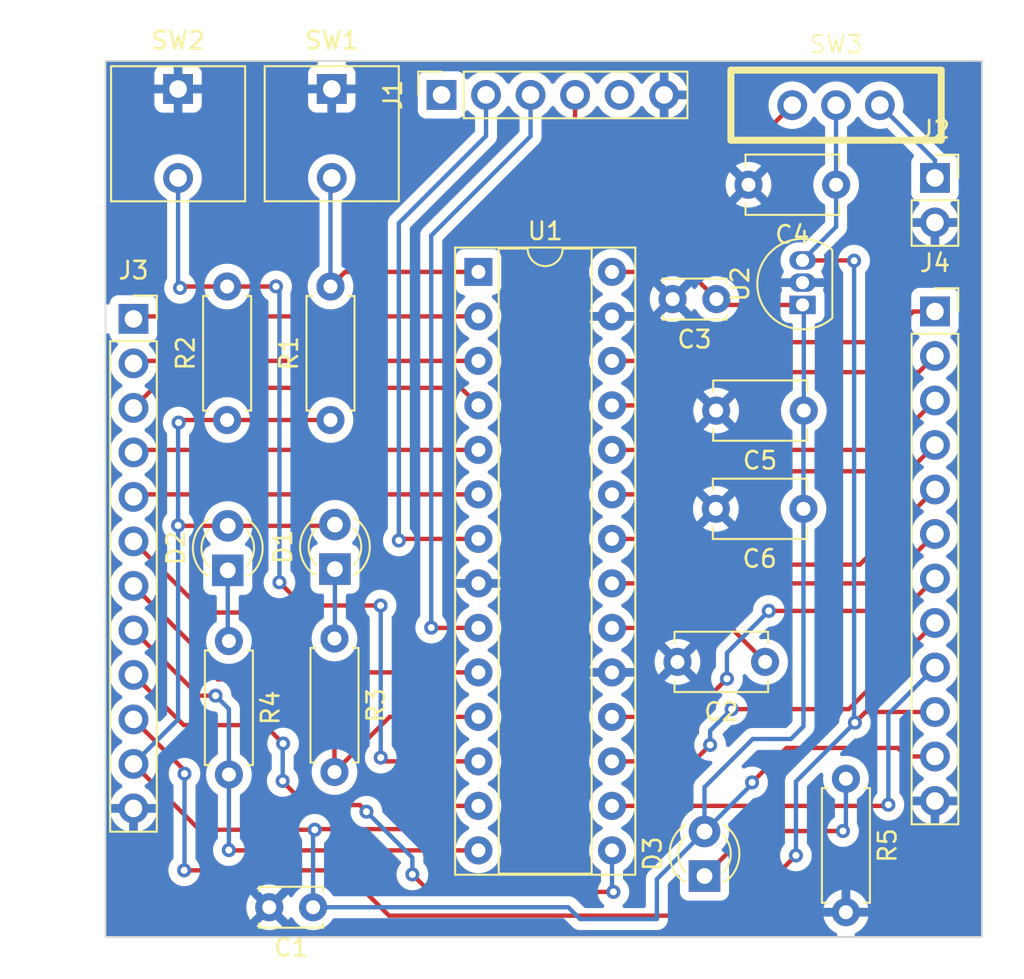
<source format=kicad_pcb>
(kicad_pcb (version 20221018) (generator pcbnew)
  (layers (0 "F.Cu" signal) (31 "B.Cu" signal) (34 "B.Paste" user) (35 "F.Paste" user) (36 "B.SilkS" user "B.Silkscreen") (37 "F.SilkS" user "F.Silkscreen") (38 "B.Mask" user) (39 "F.Mask" user) (44 "Edge.Cuts" user))
  (net 0 "")
  (net 1 "+3.3V")
  (net 2 "GND")
  (net 3 "Net-(U1-Vcap)")
  (net 4 "/Vin")
  (net 5 "Net-(D1-K)")
  (net 6 "Net-(D2-K)")
  (net 7 "Net-(D3-K)")
  (net 9 "/U1RX")
  (net 10 "/U1TX")
  (net 11 "+5V")
  (net 13 "Net-(J2-Pin_1)")
  (net 14 "/A0")
  (net 15 "/A1")
  (net 16 "/B0")
  (net 17 "/B1")
  (net 18 "/B2")
  (net 19 "/A3")
  (net 20 "/GREEN")
  (net 21 "/YELLOW")
  (net 22 "/B6")
  (net 23 "/B15")
  (net 24 "/B14")
  (net 25 "/B13")
  (net 26 "/B12")
  (net 27 "/B11")
  (net 28 "/B10")
  (net 29 "/B9")
  (net 30 "/B8")
  (net 31 "/B7")
  (net 32 "/MCLR")
  (net 33 "/USER")
  (footprint "Capacitor_THT:C_Disc_D5.1mm_W3.2mm_P5.00mm" (layer "F.Cu") (at 139.81908 125.563427 180)
    (fp_text reference "C6" (at 2.5 -2.85) (layer "F.SilkS"))
    (fp_text value "1uF")
    (fp_line (start -0.17 -1.721) (end -0.17 -1.055) (stroke (width 0.12)) (layer "F.SilkS"))
    (fp_line (start -0.17 -1.721) (end 5.17 -1.721) (stroke (width 0.12)) (layer "F.SilkS"))
    (fp_line (start -0.17 1.055) (end -0.17 1.721) (stroke (width 0.12)) (layer "F.SilkS"))
    (fp_line (start -0.17 1.721) (end 5.17 1.721) (stroke (width 0.12)) (layer "F.SilkS"))
    (fp_line (start 5.17 -1.721) (end 5.17 -1.055) (stroke (width 0.12)) (layer "F.SilkS"))
    (fp_line (start 5.17 1.055) (end 5.17 1.721) (stroke (width 0.12)) (layer "F.SilkS"))
    (pad "1" thru_hole circle (at 0 0 180) (size 1.6 1.6) (drill 0.8) (layers "*.Cu" "*.Mask") (net 1 "+3.3V"))
    (pad "2" thru_hole circle (at 5 0 180) (size 1.6 1.6) (drill 0.8) (layers "*.Cu" "*.Mask") (net 2 "GND"))
  )
  (footprint "Package_TO_SOT_THT:TO-92L_Inline" (layer "F.Cu") (at 139.764813 113.923902 90)
    (fp_text reference "U2" (at 1.19 -3.56 90) (layer "F.SilkS"))
    (fp_text value "AP7384-33V")
    (fp_line (start -0.75 1.7) (end 3.1 1.7) (stroke (width 0.12)) (layer "F.SilkS"))
    (fp_arc (start -0.75 1.7) (mid 1.183448 -2.579449) (end 3.138611 1.690122) (stroke (width 0.12)) (layer "F.SilkS"))
    (pad "1" thru_hole rect (at 0 0 90) (size 1.05 1.5) (drill 0.75) (layers "*.Cu" "*.Mask") (net 1 "+3.3V"))
    (pad "2" thru_hole oval (at 1.27 0 90) (size 1.05 1.5) (drill 0.75) (layers "*.Cu" "*.Mask") (net 2 "GND"))
    (pad "3" thru_hole oval (at 2.54 0 90) (size 1.05 1.5) (drill 0.75) (layers "*.Cu" "*.Mask") (net 4 "/Vin"))
  )
  (footprint "Connector_PinSocket_2.54mm:PinSocket_1x12_P2.54mm_Vertical" (layer "F.Cu") (at 147.32 114.3)
    (fp_text reference "J4" (at 0 -2.77) (layer "F.SilkS"))
    (fp_text value "RIGHT")
    (fp_line (start -1.33 1.27) (end -1.33 29.27) (stroke (width 0.12)) (layer "F.SilkS"))
    (fp_line (start -1.33 1.27) (end 1.33 1.27) (stroke (width 0.12)) (layer "F.SilkS"))
    (fp_line (start -1.33 29.27) (end 1.33 29.27) (stroke (width 0.12)) (layer "F.SilkS"))
    (fp_line (start 0 -1.33) (end 1.33 -1.33) (stroke (width 0.12)) (layer "F.SilkS"))
    (fp_line (start 1.33 -1.33) (end 1.33 0) (stroke (width 0.12)) (layer "F.SilkS"))
    (fp_line (start 1.33 1.27) (end 1.33 29.27) (stroke (width 0.12)) (layer "F.SilkS"))
    (pad "1" thru_hole rect (at 0 0) (size 1.7 1.7) (drill 1) (layers "*.Cu" "*.Mask") (net 23 "/B15"))
    (pad "2" thru_hole oval (at 0 2.54) (size 1.7 1.7) (drill 1) (layers "*.Cu" "*.Mask") (net 24 "/B14"))
    (pad "3" thru_hole oval (at 0 5.08) (size 1.7 1.7) (drill 1) (layers "*.Cu" "*.Mask") (net 25 "/B13"))
    (pad "4" thru_hole oval (at 0 7.62) (size 1.7 1.7) (drill 1) (layers "*.Cu" "*.Mask") (net 26 "/B12"))
    (pad "5" thru_hole oval (at 0 10.16) (size 1.7 1.7) (drill 1) (layers "*.Cu" "*.Mask") (net 27 "/B11"))
    (pad "6" thru_hole oval (at 0 12.7) (size 1.7 1.7) (drill 1) (layers "*.Cu" "*.Mask") (net 28 "/B10"))
    (pad "7" thru_hole oval (at 0 15.24) (size 1.7 1.7) (drill 1) (layers "*.Cu" "*.Mask") (net 29 "/B9"))
    (pad "8" thru_hole oval (at 0 17.78) (size 1.7 1.7) (drill 1) (layers "*.Cu" "*.Mask") (net 30 "/B8"))
    (pad "9" thru_hole oval (at 0 20.32) (size 1.7 1.7) (drill 1) (layers "*.Cu" "*.Mask") (net 31 "/B7"))
    (pad "10" thru_hole oval (at 0 22.86) (size 1.7 1.7) (drill 1) (layers "*.Cu" "*.Mask") (net 4 "/Vin"))
    (pad "11" thru_hole oval (at 0 25.4) (size 1.7 1.7) (drill 1) (layers "*.Cu" "*.Mask") (net 1 "+3.3V"))
    (pad "12" thru_hole oval (at 0 27.94) (size 1.7 1.7) (drill 1) (layers "*.Cu" "*.Mask") (net 2 "GND"))
  )
  (footprint "HW4:Push_Button" (layer "F.Cu") (at 112.907148 101.596996)
    (fp_text reference "SW1" (at 0 -2.77) (layer "F.SilkS"))
    (fp_text value "MLCR")
    (fp_line (start -3.825 -1.3) (end -3.825 6.41) (stroke (width 0.12)) (layer "F.SilkS"))
    (fp_line (start -3.825 -1.3) (end 3.825 -1.3) (stroke (width 0.12)) (layer "F.SilkS"))
    (fp_line (start -3.825 6.41) (end 3.825 6.41) (stroke (width 0.12)) (layer "F.SilkS"))
    (fp_line (start 3.825 -1.3) (end 3.825 6.41) (stroke (width 0.12)) (layer "F.SilkS"))
    (pad "1" thru_hole rect (at 0 0) (size 1.7 1.7) (drill 1) (layers "*.Cu" "*.Mask") (net 2 "GND"))
    (pad "2" thru_hole oval (at 0 5.08) (size 1.7 1.7) (drill 1) (layers "*.Cu" "*.Mask") (net 32 "/MCLR"))
  )
  (footprint "Connector_PinSocket_2.54mm:PinSocket_1x02_P2.54mm_Vertical" (layer "F.Cu") (at 147.32 106.68)
    (fp_text reference "J2" (at 0 -2.77) (layer "F.SilkS"))
    (fp_text value "Battery")
    (fp_line (start -1.33 1.27) (end -1.33 3.87) (stroke (width 0.12)) (layer "F.SilkS"))
    (fp_line (start -1.33 1.27) (end 1.33 1.27) (stroke (width 0.12)) (layer "F.SilkS"))
    (fp_line (start -1.33 3.87) (end 1.33 3.87) (stroke (width 0.12)) (layer "F.SilkS"))
    (fp_line (start 0 -1.33) (end 1.33 -1.33) (stroke (width 0.12)) (layer "F.SilkS"))
    (fp_line (start 1.33 -1.33) (end 1.33 0) (stroke (width 0.12)) (layer "F.SilkS"))
    (fp_line (start 1.33 1.27) (end 1.33 3.87) (stroke (width 0.12)) (layer "F.SilkS"))
    (pad "1" thru_hole rect (at 0 0) (size 1.7 1.7) (drill 1) (layers "*.Cu" "*.Mask") (net 13 "Net-(J2-Pin_1)"))
    (pad "2" thru_hole oval (at 0 2.54) (size 1.7 1.7) (drill 1) (layers "*.Cu" "*.Mask") (net 2 "GND"))
  )
  (footprint "Capacitor_THT:C_Disc_D3.4mm_W2.1mm_P2.50mm" (layer "F.Cu") (at 134.852153 113.591526 180)
    (fp_text reference "C3" (at 1.25 -2.3) (layer "F.SilkS"))
    (fp_text value "0.1uF")
    (fp_line (start -0.57 -1.17) (end -0.57 -0.925) (stroke (width 0.12)) (layer "F.SilkS"))
    (fp_line (start -0.57 -1.17) (end 3.07 -1.17) (stroke (width 0.12)) (layer "F.SilkS"))
    (fp_line (start -0.57 0.925) (end -0.57 1.17) (stroke (width 0.12)) (layer "F.SilkS"))
    (fp_line (start -0.57 1.17) (end 3.07 1.17) (stroke (width 0.12)) (layer "F.SilkS"))
    (fp_line (start 3.07 -1.17) (end 3.07 -0.925) (stroke (width 0.12)) (layer "F.SilkS"))
    (fp_line (start 3.07 0.925) (end 3.07 1.17) (stroke (width 0.12)) (layer "F.SilkS"))
    (pad "1" thru_hole circle (at 0 0 180) (size 1.6 1.6) (drill 0.8) (layers "*.Cu" "*.Mask") (net 1 "+3.3V"))
    (pad "2" thru_hole circle (at 2.5 0 180) (size 1.6 1.6) (drill 0.8) (layers "*.Cu" "*.Mask") (net 2 "GND"))
  )
  (footprint "HW4:Push_Button" (layer "F.Cu") (at 104.14 101.6)
    (fp_text reference "SW2" (at 0 -2.77) (layer "F.SilkS"))
    (fp_text value "USER")
    (fp_line (start -3.825 -1.3) (end -3.825 6.41) (stroke (width 0.12)) (layer "F.SilkS"))
    (fp_line (start -3.825 -1.3) (end 3.825 -1.3) (stroke (width 0.12)) (layer "F.SilkS"))
    (fp_line (start -3.825 6.41) (end 3.825 6.41) (stroke (width 0.12)) (layer "F.SilkS"))
    (fp_line (start 3.825 -1.3) (end 3.825 6.41) (stroke (width 0.12)) (layer "F.SilkS"))
    (pad "1" thru_hole rect (at 0 0) (size 1.7 1.7) (drill 1) (layers "*.Cu" "*.Mask") (net 2 "GND"))
    (pad "2" thru_hole oval (at 0 5.08) (size 1.7 1.7) (drill 1) (layers "*.Cu" "*.Mask") (net 33 "/USER"))
  )
  (footprint "LED_THT:LED_D3.0mm" (layer "F.Cu") (at 134.172314 146.524084 90)
    (fp_text reference "D3" (at 1.27 -2.96 90) (layer "F.SilkS"))
    (fp_text value "RED")
    (fp_line (start -0.29 -1.236) (end -0.29 -1.08) (stroke (width 0.12)) (layer "F.SilkS"))
    (fp_line (start -0.29 1.08) (end -0.29 1.236) (stroke (width 0.12)) (layer "F.SilkS"))
    (fp_arc (start -0.29 -1.235516) (mid 1.366487 -1.987659) (end 2.942335 -1.078608) (stroke (width 0.12)) (layer "F.SilkS"))
    (fp_arc (start 0.229039 -1.08) (mid 1.270117 -1.5) (end 2.31113 -1.079837) (stroke (width 0.12)) (layer "F.SilkS"))
    (fp_arc (start 2.31113 1.079837) (mid 1.270117 1.5) (end 0.229039 1.08) (stroke (width 0.12)) (layer "F.SilkS"))
    (fp_arc (start 2.942335 1.078608) (mid 1.366487 1.987659) (end -0.29 1.235516) (stroke (width 0.12)) (layer "F.SilkS"))
    (pad "1" thru_hole rect (at 0 0 90) (size 1.8 1.8) (drill 0.9) (layers "*.Cu" "*.Mask") (net 7 "Net-(D3-K)"))
    (pad "2" thru_hole circle (at 2.54 0 90) (size 1.8 1.8) (drill 0.9) (layers "*.Cu" "*.Mask") (net 1 "+3.3V"))
  )
  (footprint "Resistor_THT:R_Axial_DIN0207_L6.3mm_D2.5mm_P7.62mm_Horizontal" (layer "F.Cu") (at 107.038775 133.110304 -90)
    (fp_text reference "R4" (at 3.81 -2.37 90) (layer "F.SilkS"))
    (fp_text value "330")
    (fp_line (start 0.54 -1.37) (end 7.08 -1.37) (stroke (width 0.12)) (layer "F.SilkS"))
    (fp_line (start 0.54 -1.04) (end 0.54 -1.37) (stroke (width 0.12)) (layer "F.SilkS"))
    (fp_line (start 0.54 1.04) (end 0.54 1.37) (stroke (width 0.12)) (layer "F.SilkS"))
    (fp_line (start 0.54 1.37) (end 7.08 1.37) (stroke (width 0.12)) (layer "F.SilkS"))
    (fp_line (start 7.08 -1.37) (end 7.08 -1.04) (stroke (width 0.12)) (layer "F.SilkS"))
    (fp_line (start 7.08 1.37) (end 7.08 1.04) (stroke (width 0.12)) (layer "F.SilkS"))
    (pad "1" thru_hole circle (at 0 0 270) (size 1.6 1.6) (drill 0.8) (layers "*.Cu" "*.Mask") (net 6 "Net-(D2-K)"))
    (pad "2" thru_hole oval (at 7.62 0 270) (size 1.6 1.6) (drill 0.8) (layers "*.Cu" "*.Mask") (net 21 "/YELLOW"))
  )
  (footprint "Connector_PinSocket_2.54mm:PinSocket_1x06_P2.54mm_Vertical" (layer "F.Cu") (at 119.168939 101.937683 90)
    (fp_text reference "J1" (at 0 -2.77 90) (layer "F.SilkS"))
    (fp_text value "CP2102")
    (fp_line (start -1.33 1.27) (end -1.33 14.03) (stroke (width 0.12)) (layer "F.SilkS"))
    (fp_line (start -1.33 1.27) (end 1.33 1.27) (stroke (width 0.12)) (layer "F.SilkS"))
    (fp_line (start -1.33 14.03) (end 1.33 14.03) (stroke (width 0.12)) (layer "F.SilkS"))
    (fp_line (start 0 -1.33) (end 1.33 -1.33) (stroke (width 0.12)) (layer "F.SilkS"))
    (fp_line (start 1.33 -1.33) (end 1.33 0) (stroke (width 0.12)) (layer "F.SilkS"))
    (fp_line (start 1.33 1.27) (end 1.33 14.03) (stroke (width 0.12)) (layer "F.SilkS"))
    (pad "1" thru_hole rect (at 0 0 90) (size 1.7 1.7) (drill 1) (layers "*.Cu" "*.Mask"))
    (pad "2" thru_hole oval (at 0 2.54 90) (size 1.7 1.7) (drill 1) (layers "*.Cu" "*.Mask") (net 9 "/U1RX"))
    (pad "3" thru_hole oval (at 0 5.08 90) (size 1.7 1.7) (drill 1) (layers "*.Cu" "*.Mask") (net 10 "/U1TX"))
    (pad "4" thru_hole oval (at 0 7.62 90) (size 1.7 1.7) (drill 1) (layers "*.Cu" "*.Mask") (net 11 "+5V"))
    (pad "5" thru_hole oval (at 0 10.16 90) (size 1.7 1.7) (drill 1) (layers "*.Cu" "*.Mask"))
    (pad "6" thru_hole oval (at 0 12.7 90) (size 1.7 1.7) (drill 1) (layers "*.Cu" "*.Mask") (net 2 "GND"))
  )
  (footprint "Package_DIP:DIP-28_W7.62mm_Socket" (layer "F.Cu") (at 121.274094 112.039603)
    (fp_text reference "U1" (at 3.81 -2.33) (layer "F.SilkS"))
    (fp_text value "PIC32MX170F256B")
    (fp_line (start -1.33 -1.39) (end -1.33 34.41) (stroke (width 0.12)) (layer "F.SilkS"))
    (fp_line (start -1.33 34.41) (end 8.95 34.41) (stroke (width 0.12)) (layer "F.SilkS"))
    (fp_line (start 1.16 -1.33) (end 1.16 34.35) (stroke (width 0.12)) (layer "F.SilkS"))
    (fp_line (start 1.16 34.35) (end 6.46 34.35) (stroke (width 0.12)) (layer "F.SilkS"))
    (fp_line (start 2.81 -1.33) (end 1.16 -1.33) (stroke (width 0.12)) (layer "F.SilkS"))
    (fp_line (start 6.46 -1.33) (end 4.81 -1.33) (stroke (width 0.12)) (layer "F.SilkS"))
    (fp_line (start 6.46 34.35) (end 6.46 -1.33) (stroke (width 0.12)) (layer "F.SilkS"))
    (fp_line (start 8.95 -1.39) (end -1.33 -1.39) (stroke (width 0.12)) (layer "F.SilkS"))
    (fp_line (start 8.95 34.41) (end 8.95 -1.39) (stroke (width 0.12)) (layer "F.SilkS"))
    (fp_arc (start 4.81 -1.33) (mid 3.81 -0.33) (end 2.81 -1.33) (stroke (width 0.12)) (layer "F.SilkS"))
    (pad "1" thru_hole rect (at 0 0) (size 1.6 1.6) (drill 0.8) (layers "*.Cu" "*.Mask") (net 32 "/MCLR"))
    (pad "2" thru_hole oval (at 0 2.54) (size 1.6 1.6) (drill 0.8) (layers "*.Cu" "*.Mask") (net 14 "/A0"))
    (pad "3" thru_hole oval (at 0 5.08) (size 1.6 1.6) (drill 0.8) (layers "*.Cu" "*.Mask") (net 15 "/A1"))
    (pad "4" thru_hole oval (at 0 7.62) (size 1.6 1.6) (drill 0.8) (layers "*.Cu" "*.Mask") (net 16 "/B0"))
    (pad "5" thru_hole oval (at 0 10.16) (size 1.6 1.6) (drill 0.8) (layers "*.Cu" "*.Mask") (net 17 "/B1"))
    (pad "6" thru_hole oval (at 0 12.7) (size 1.6 1.6) (drill 0.8) (layers "*.Cu" "*.Mask") (net 18 "/B2"))
    (pad "7" thru_hole oval (at 0 15.24) (size 1.6 1.6) (drill 0.8) (layers "*.Cu" "*.Mask") (net 9 "/U1RX"))
    (pad "8" thru_hole oval (at 0 17.78) (size 1.6 1.6) (drill 0.8) (layers "*.Cu" "*.Mask") (net 2 "GND"))
    (pad "9" thru_hole oval (at 0 20.32) (size 1.6 1.6) (drill 0.8) (layers "*.Cu" "*.Mask") (net 10 "/U1TX"))
    (pad "10" thru_hole oval (at 0 22.86) (size 1.6 1.6) (drill 0.8) (layers "*.Cu" "*.Mask") (net 19 "/A3"))
    (pad "11" thru_hole oval (at 0 25.4) (size 1.6 1.6) (drill 0.8) (layers "*.Cu" "*.Mask") (net 20 "/GREEN"))
    (pad "12" thru_hole oval (at 0 27.94) (size 1.6 1.6) (drill 0.8) (layers "*.Cu" "*.Mask") (net 33 "/USER"))
    (pad "13" thru_hole oval (at 0 30.48) (size 1.6 1.6) (drill 0.8) (layers "*.Cu" "*.Mask") (net 1 "+3.3V"))
    (pad "14" thru_hole oval (at 0 33.02) (size 1.6 1.6) (drill 0.8) (layers "*.Cu" "*.Mask") (net 21 "/YELLOW"))
    (pad "15" thru_hole oval (at 7.62 33.02) (size 1.6 1.6) (drill 0.8) (layers "*.Cu" "*.Mask") (net 22 "/B6"))
    (pad "16" thru_hole oval (at 7.62 30.48) (size 1.6 1.6) (drill 0.8) (layers "*.Cu" "*.Mask") (net 31 "/B7"))
    (pad "17" thru_hole oval (at 7.62 27.94) (size 1.6 1.6) (drill 0.8) (layers "*.Cu" "*.Mask") (net 30 "/B8"))
    (pad "18" thru_hole oval (at 7.62 25.4) (size 1.6 1.6) (drill 0.8) (layers "*.Cu" "*.Mask") (net 29 "/B9"))
    (pad "19" thru_hole oval (at 7.62 22.86) (size 1.6 1.6) (drill 0.8) (layers "*.Cu" "*.Mask") (net 2 "GND"))
    (pad "20" thru_hole oval (at 7.62 20.32) (size 1.6 1.6) (drill 0.8) (layers "*.Cu" "*.Mask") (net 3 "Net-(U1-Vcap)"))
    (pad "21" thru_hole oval (at 7.62 17.78) (size 1.6 1.6) (drill 0.8) (layers "*.Cu" "*.Mask") (net 28 "/B10"))
    (pad "22" thru_hole oval (at 7.62 15.24) (size 1.6 1.6) (drill 0.8) (layers "*.Cu" "*.Mask") (net 27 "/B11"))
    (pad "23" thru_hole oval (at 7.62 12.7) (size 1.6 1.6) (drill 0.8) (layers "*.Cu" "*.Mask") (net 26 "/B12"))
    (pad "24" thru_hole oval (at 7.62 10.16) (size 1.6 1.6) (drill 0.8) (layers "*.Cu" "*.Mask") (net 25 "/B13"))
    (pad "25" thru_hole oval (at 7.62 7.62) (size 1.6 1.6) (drill 0.8) (layers "*.Cu" "*.Mask") (net 24 "/B14"))
    (pad "26" thru_hole oval (at 7.62 5.08) (size 1.6 1.6) (drill 0.8) (layers "*.Cu" "*.Mask") (net 23 "/B15"))
    (pad "27" thru_hole oval (at 7.62 2.54) (size 1.6 1.6) (drill 0.8) (layers "*.Cu" "*.Mask") (net 2 "GND"))
    (pad "28" thru_hole oval (at 7.62 0) (size 1.6 1.6) (drill 0.8) (layers "*.Cu" "*.Mask") (net 1 "+3.3V"))
  )
  (footprint "Capacitor_THT:C_Disc_D5.1mm_W3.2mm_P5.00mm" (layer "F.Cu") (at 139.837169 119.955843 180)
    (fp_text reference "C5" (at 2.5 -2.85) (layer "F.SilkS"))
    (fp_text value "1uF")
    (fp_line (start -0.17 -1.721) (end -0.17 -1.055) (stroke (width 0.12)) (layer "F.SilkS"))
    (fp_line (start -0.17 -1.721) (end 5.17 -1.721) (stroke (width 0.12)) (layer "F.SilkS"))
    (fp_line (start -0.17 1.055) (end -0.17 1.721) (stroke (width 0.12)) (layer "F.SilkS"))
    (fp_line (start -0.17 1.721) (end 5.17 1.721) (stroke (width 0.12)) (layer "F.SilkS"))
    (fp_line (start 5.17 -1.721) (end 5.17 -1.055) (stroke (width 0.12)) (layer "F.SilkS"))
    (fp_line (start 5.17 1.055) (end 5.17 1.721) (stroke (width 0.12)) (layer "F.SilkS"))
    (pad "1" thru_hole circle (at 0 0 180) (size 1.6 1.6) (drill 0.8) (layers "*.Cu" "*.Mask") (net 1 "+3.3V"))
    (pad "2" thru_hole circle (at 5 0 180) (size 1.6 1.6) (drill 0.8) (layers "*.Cu" "*.Mask") (net 2 "GND"))
  )
  (footprint "LED_THT:LED_D3.0mm" (layer "F.Cu") (at 113.088038 129.003337 90)
    (fp_text reference "D1" (at 1.27 -2.96 90) (layer "F.SilkS"))
    (fp_text value "GREEN")
    (fp_line (start -0.29 -1.236) (end -0.29 -1.08) (stroke (width 0.12)) (layer "F.SilkS"))
    (fp_line (start -0.29 1.08) (end -0.29 1.236) (stroke (width 0.12)) (layer "F.SilkS"))
    (fp_arc (start -0.29 -1.235516) (mid 1.366487 -1.987659) (end 2.942335 -1.078608) (stroke (width 0.12)) (layer "F.SilkS"))
    (fp_arc (start 0.229039 -1.08) (mid 1.270117 -1.5) (end 2.31113 -1.079837) (stroke (width 0.12)) (layer "F.SilkS"))
    (fp_arc (start 2.31113 1.079837) (mid 1.270117 1.5) (end 0.229039 1.08) (stroke (width 0.12)) (layer "F.SilkS"))
    (fp_arc (start 2.942335 1.078608) (mid 1.366487 1.987659) (end -0.29 1.235516) (stroke (width 0.12)) (layer "F.SilkS"))
    (pad "1" thru_hole rect (at 0 0 90) (size 1.8 1.8) (drill 0.9) (layers "*.Cu" "*.Mask") (net 5 "Net-(D1-K)"))
    (pad "2" thru_hole circle (at 2.54 0 90) (size 1.8 1.8) (drill 0.9) (layers "*.Cu" "*.Mask") (net 1 "+3.3V"))
  )
  (footprint "HW4:Slide_SW2" (layer "F.Cu") (at 141.678524 102.524073)
    (fp_text reference "SW3" (at 0 -3.464073 unlocked) (layer "F.SilkS") (effects (font (thickness 0.1))))
    (fp_text value "SW_Slide")
    (fp_line (start -6 -2) (end -6 2) (stroke (width 0.4)) (layer "F.SilkS"))
    (fp_line (start -6 2) (end 6 2) (stroke (width 0.4)) (layer "F.SilkS"))
    (fp_line (start 6 -2) (end -6 -2) (stroke (width 0.4)) (layer "F.SilkS"))
    (fp_line (start 6 2) (end 6 -2) (stroke (width 0.4)) (layer "F.SilkS"))
    (pad "1" thru_hole circle (at -2.5 0) (size 1.7 1.7) (drill 1) (layers "*.Cu" "*.Mask") (net 11 "+5V"))
    (pad "2" thru_hole circle (at 0 0) (size 1.7 1.7) (drill 1) (layers "*.Cu" "*.Mask") (net 4 "/Vin"))
    (pad "3" thru_hole circle (at 2.5 0) (size 1.7 1.7) (drill 1) (layers "*.Cu" "*.Mask") (net 13 "Net-(J2-Pin_1)"))
  )
  (footprint "Capacitor_THT:C_Disc_D5.1mm_W3.2mm_P5.00mm" (layer "F.Cu") (at 137.630313 134.300405 180)
    (fp_text reference "C2" (at 2.5 -2.85) (layer "F.SilkS"))
    (fp_text value "1uF")
    (fp_line (start -0.17 -1.721) (end -0.17 -1.055) (stroke (width 0.12)) (layer "F.SilkS"))
    (fp_line (start -0.17 -1.721) (end 5.17 -1.721) (stroke (width 0.12)) (layer "F.SilkS"))
    (fp_line (start -0.17 1.055) (end -0.17 1.721) (stroke (width 0.12)) (layer "F.SilkS"))
    (fp_line (start -0.17 1.721) (end 5.17 1.721) (stroke (width 0.12)) (layer "F.SilkS"))
    (fp_line (start 5.17 -1.721) (end 5.17 -1.055) (stroke (width 0.12)) (layer "F.SilkS"))
    (fp_line (start 5.17 1.055) (end 5.17 1.721) (stroke (width 0.12)) (layer "F.SilkS"))
    (pad "1" thru_hole circle (at 0 0 180) (size 1.6 1.6) (drill 0.8) (layers "*.Cu" "*.Mask") (net 3 "Net-(U1-Vcap)"))
    (pad "2" thru_hole circle (at 5 0 180) (size 1.6 1.6) (drill 0.8) (layers "*.Cu" "*.Mask") (net 2 "GND"))
  )
  (footprint "Capacitor_THT:C_Disc_D5.1mm_W3.2mm_P5.00mm" (layer "F.Cu") (at 141.682245 107.064407 180)
    (fp_text reference "C4" (at 2.5 -2.85) (layer "F.SilkS"))
    (fp_text value "1uF")
    (fp_line (start -0.17 -1.721) (end -0.17 -1.055) (stroke (width 0.12)) (layer "F.SilkS"))
    (fp_line (start -0.17 -1.721) (end 5.17 -1.721) (stroke (width 0.12)) (layer "F.SilkS"))
    (fp_line (start -0.17 1.055) (end -0.17 1.721) (stroke (width 0.12)) (layer "F.SilkS"))
    (fp_line (start -0.17 1.721) (end 5.17 1.721) (stroke (width 0.12)) (layer "F.SilkS"))
    (fp_line (start 5.17 -1.721) (end 5.17 -1.055) (stroke (width 0.12)) (layer "F.SilkS"))
    (fp_line (start 5.17 1.055) (end 5.17 1.721) (stroke (width 0.12)) (layer "F.SilkS"))
    (pad "1" thru_hole circle (at 0 0 180) (size 1.6 1.6) (drill 0.8) (layers "*.Cu" "*.Mask") (net 4 "/Vin"))
    (pad "2" thru_hole circle (at 5 0 180) (size 1.6 1.6) (drill 0.8) (layers "*.Cu" "*.Mask") (net 2 "GND"))
  )
  (footprint "Connector_PinSocket_2.54mm:PinSocket_1x12_P2.54mm_Vertical" (layer "F.Cu") (at 101.595494 114.723589)
    (fp_text reference "J3" (at 0 -2.77) (layer "F.SilkS"))
    (fp_text value "LEFT")
    (fp_line (start -1.33 1.27) (end -1.33 29.27) (stroke (width 0.12)) (layer "F.SilkS"))
    (fp_line (start -1.33 1.27) (end 1.33 1.27) (stroke (width 0.12)) (layer "F.SilkS"))
    (fp_line (start -1.33 29.27) (end 1.33 29.27) (stroke (width 0.12)) (layer "F.SilkS"))
    (fp_line (start 0 -1.33) (end 1.33 -1.33) (stroke (width 0.12)) (layer "F.SilkS"))
    (fp_line (start 1.33 -1.33) (end 1.33 0) (stroke (width 0.12)) (layer "F.SilkS"))
    (fp_line (start 1.33 1.27) (end 1.33 29.27) (stroke (width 0.12)) (layer "F.SilkS"))
    (pad "1" thru_hole rect (at 0 0) (size 1.7 1.7) (drill 1) (layers "*.Cu" "*.Mask") (net 14 "/A0"))
    (pad "2" thru_hole oval (at 0 2.54) (size 1.7 1.7) (drill 1) (layers "*.Cu" "*.Mask") (net 15 "/A1"))
    (pad "3" thru_hole oval (at 0 5.08) (size 1.7 1.7) (drill 1) (layers "*.Cu" "*.Mask") (net 16 "/B0"))
    (pad "4" thru_hole oval (at 0 7.62) (size 1.7 1.7) (drill 1) (layers "*.Cu" "*.Mask") (net 17 "/B1"))
    (pad "5" thru_hole oval (at 0 10.16) (size 1.7 1.7) (drill 1) (layers "*.Cu" "*.Mask") (net 18 "/B2"))
    (pad "6" thru_hole oval (at 0 12.7) (size 1.7 1.7) (drill 1) (layers "*.Cu" "*.Mask") (net 19 "/A3"))
    (pad "7" thru_hole oval (at 0 15.24) (size 1.7 1.7) (drill 1) (layers "*.Cu" "*.Mask") (net 20 "/GREEN"))
    (pad "8" thru_hole oval (at 0 17.78) (size 1.7 1.7) (drill 1) (layers "*.Cu" "*.Mask") (net 21 "/YELLOW"))
    (pad "9" thru_hole oval (at 0 20.32) (size 1.7 1.7) (drill 1) (layers "*.Cu" "*.Mask") (net 22 "/B6"))
    (pad "10" thru_hole oval (at 0 22.86) (size 1.7 1.7) (drill 1) (layers "*.Cu" "*.Mask") (net 4 "/Vin"))
    (pad "11" thru_hole oval (at 0 25.4) (size 1.7 1.7) (drill 1) (layers "*.Cu" "*.Mask") (net 1 "+3.3V"))
    (pad "12" thru_hole oval (at 0 27.94) (size 1.7 1.7) (drill 1) (layers "*.Cu" "*.Mask") (net 2 "GND"))
  )
  (footprint "Capacitor_THT:C_Disc_D3.4mm_W2.1mm_P2.50mm" (layer "F.Cu") (at 111.840593 148.305838 180)
    (fp_text reference "C1" (at 1.25 -2.3) (layer "F.SilkS"))
    (fp_text value "0.1uF")
    (fp_line (start -0.57 -1.17) (end -0.57 -0.925) (stroke (width 0.12)) (layer "F.SilkS"))
    (fp_line (start -0.57 -1.17) (end 3.07 -1.17) (stroke (width 0.12)) (layer "F.SilkS"))
    (fp_line (start -0.57 0.925) (end -0.57 1.17) (stroke (width 0.12)) (layer "F.SilkS"))
    (fp_line (start -0.57 1.17) (end 3.07 1.17) (stroke (width 0.12)) (layer "F.SilkS"))
    (fp_line (start 3.07 -1.17) (end 3.07 -0.925) (stroke (width 0.12)) (layer "F.SilkS"))
    (fp_line (start 3.07 0.925) (end 3.07 1.17) (stroke (width 0.12)) (layer "F.SilkS"))
    (pad "1" thru_hole circle (at 0 0 180) (size 1.6 1.6) (drill 0.8) (layers "*.Cu" "*.Mask") (net 1 "+3.3V"))
    (pad "2" thru_hole circle (at 2.5 0 180) (size 1.6 1.6) (drill 0.8) (layers "*.Cu" "*.Mask") (net 2 "GND"))
  )
  (footprint "Resistor_THT:R_Axial_DIN0207_L6.3mm_D2.5mm_P7.62mm_Horizontal" (layer "F.Cu") (at 113.062406 132.965592 -90)
    (fp_text reference "R3" (at 3.81 -2.37 90) (layer "F.SilkS"))
    (fp_text value "330")
    (fp_line (start 0.54 -1.37) (end 7.08 -1.37) (stroke (width 0.12)) (layer "F.SilkS"))
    (fp_line (start 0.54 -1.04) (end 0.54 -1.37) (stroke (width 0.12)) (layer "F.SilkS"))
    (fp_line (start 0.54 1.04) (end 0.54 1.37) (stroke (width 0.12)) (layer "F.SilkS"))
    (fp_line (start 0.54 1.37) (end 7.08 1.37) (stroke (width 0.12)) (layer "F.SilkS"))
    (fp_line (start 7.08 -1.37) (end 7.08 -1.04) (stroke (width 0.12)) (layer "F.SilkS"))
    (fp_line (start 7.08 1.37) (end 7.08 1.04) (stroke (width 0.12)) (layer "F.SilkS"))
    (pad "1" thru_hole circle (at 0 0 270) (size 1.6 1.6) (drill 0.8) (layers "*.Cu" "*.Mask") (net 5 "Net-(D1-K)"))
    (pad "2" thru_hole oval (at 7.62 0 270) (size 1.6 1.6) (drill 0.8) (layers "*.Cu" "*.Mask") (net 20 "/GREEN"))
  )
  (footprint "Resistor_THT:R_Axial_DIN0207_L6.3mm_D2.5mm_P7.62mm_Horizontal" (layer "F.Cu") (at 106.937784 120.494741 90)
    (fp_text reference "R2" (at 3.81 -2.37 90) (layer "F.SilkS"))
    (fp_text value "10K")
    (fp_line (start 0.54 -1.37) (end 7.08 -1.37) (stroke (width 0.12)) (layer "F.SilkS"))
    (fp_line (start 0.54 -1.04) (end 0.54 -1.37) (stroke (width 0.12)) (layer "F.SilkS"))
    (fp_line (start 0.54 1.04) (end 0.54 1.37) (stroke (width 0.12)) (layer "F.SilkS"))
    (fp_line (start 0.54 1.37) (end 7.08 1.37) (stroke (width 0.12)) (layer "F.SilkS"))
    (fp_line (start 7.08 -1.37) (end 7.08 -1.04) (stroke (width 0.12)) (layer "F.SilkS"))
    (fp_line (start 7.08 1.37) (end 7.08 1.04) (stroke (width 0.12)) (layer "F.SilkS"))
    (pad "1" thru_hole circle (at 0 0 90) (size 1.6 1.6) (drill 0.8) (layers "*.Cu" "*.Mask") (net 1 "+3.3V"))
    (pad "2" thru_hole oval (at 7.62 0 90) (size 1.6 1.6) (drill 0.8) (layers "*.Cu" "*.Mask") (net 33 "/USER"))
  )
  (footprint "Resistor_THT:R_Axial_DIN0207_L6.3mm_D2.5mm_P7.62mm_Horizontal" (layer "F.Cu") (at 112.834792 120.494741 90)
    (fp_text reference "R1" (at 3.81 -2.37 90) (layer "F.SilkS"))
    (fp_text value "10K")
    (fp_line (start 0.54 -1.37) (end 7.08 -1.37) (stroke (width 0.12)) (layer "F.SilkS"))
    (fp_line (start 0.54 -1.04) (end 0.54 -1.37) (stroke (width 0.12)) (layer "F.SilkS"))
    (fp_line (start 0.54 1.04) (end 0.54 1.37) (stroke (width 0.12)) (layer "F.SilkS"))
    (fp_line (start 0.54 1.37) (end 7.08 1.37) (stroke (width 0.12)) (layer "F.SilkS"))
    (fp_line (start 7.08 -1.37) (end 7.08 -1.04) (stroke (width 0.12)) (layer "F.SilkS"))
    (fp_line (start 7.08 1.37) (end 7.08 1.04) (stroke (width 0.12)) (layer "F.SilkS"))
    (pad "1" thru_hole circle (at 0 0 90) (size 1.6 1.6) (drill 0.8) (layers "*.Cu" "*.Mask") (net 1 "+3.3V"))
    (pad "2" thru_hole oval (at 7.62 0 90) (size 1.6 1.6) (drill 0.8) (layers "*.Cu" "*.Mask") (net 32 "/MCLR"))
  )
  (footprint "Resistor_THT:R_Axial_DIN0207_L6.3mm_D2.5mm_P7.62mm_Horizontal" (layer "F.Cu") (at 142.24 140.97 -90)
    (fp_text reference "R5" (at 3.81 -2.37 90) (layer "F.SilkS"))
    (fp_text value "330")
    (fp_line (start 0.54 -1.37) (end 7.08 -1.37) (stroke (width 0.12)) (layer "F.SilkS"))
    (fp_line (start 0.54 -1.04) (end 0.54 -1.37) (stroke (width 0.12)) (layer "F.SilkS"))
    (fp_line (start 0.54 1.04) (end 0.54 1.37) (stroke (width 0.12)) (layer "F.SilkS"))
    (fp_line (start 0.54 1.37) (end 7.08 1.37) (stroke (width 0.12)) (layer "F.SilkS"))
    (fp_line (start 7.08 -1.37) (end 7.08 -1.04) (stroke (width 0.12)) (layer "F.SilkS"))
    (fp_line (start 7.08 1.37) (end 7.08 1.04) (stroke (width 0.12)) (layer "F.SilkS"))
    (pad "1" thru_hole circle (at 0 0 270) (size 1.6 1.6) (drill 0.8) (layers "*.Cu" "*.Mask") (net 7 "Net-(D3-K)"))
    (pad "2" thru_hole oval (at 7.62 0 270) (size 1.6 1.6) (drill 0.8) (layers "*.Cu" "*.Mask") (net 2 "GND"))
  )
  (footprint "LED_THT:LED_D3.0mm" (layer "F.Cu") (at 106.973962 129.075693 90)
    (fp_text reference "D2" (at 1.27 -2.96 90) (layer "F.SilkS"))
    (fp_text value "YELLOW")
    (fp_line (start -0.29 -1.236) (end -0.29 -1.08) (stroke (width 0.12)) (layer "F.SilkS"))
    (fp_line (start -0.29 1.08) (end -0.29 1.236) (stroke (width 0.12)) (layer "F.SilkS"))
    (fp_arc (start -0.29 -1.235516) (mid 1.366487 -1.987659) (end 2.942335 -1.078608) (stroke (width 0.12)) (layer "F.SilkS"))
    (fp_arc (start 0.229039 -1.08) (mid 1.270117 -1.5) (end 2.31113 -1.079837) (stroke (width 0.12)) (layer "F.SilkS"))
    (fp_arc (start 2.31113 1.079837) (mid 1.270117 1.5) (end 0.229039 1.08) (stroke (width 0.12)) (layer "F.SilkS"))
    (fp_arc (start 2.942335 1.078608) (mid 1.366487 1.987659) (end -0.29 1.235516) (stroke (width 0.12)) (layer "F.SilkS"))
    (pad "1" thru_hole rect (at 0 0 90) (size 1.8 1.8) (drill 0.9) (layers "*.Cu" "*.Mask") (net 6 "Net-(D2-K)"))
    (pad "2" thru_hole circle (at 2.54 0 90) (size 1.8 1.8) (drill 0.9) (layers "*.Cu" "*.Mask") (net 1 "+3.3V"))
  )
  (gr_line (start 100 150) (end 150 150) (stroke (width 0.1)) (layer "Edge.Cuts"))
  (gr_line (start 150 100) (end 100 100) (stroke (width 0.1)) (layer "Edge.Cuts"))
  (gr_line (start 100 100) (end 100 150) (stroke (width 0.1)) (layer "Edge.Cuts"))
  (gr_line (start 150 150) (end 150 100) (stroke (width 0.1)) (layer "Edge.Cuts"))
  (segment (start 121.274094 142.519603) (end 119.774226 142.519603) (width 0.25) (layer "F.Cu") (net 1))
  (segment (start 104.318632 120.494741) (end 106.937784 120.494741) (width 0.25) (layer "F.Cu") (net 1))
  (segment (start 136.885661 141.180292) (end 138.852843 139.21311) (width 0.25) (layer "F.Cu") (net 1))
  (segment (start 106.973962 126.535693) (end 113.015682 126.535693) (width 0.25) (layer "F.Cu") (net 1))
  (segment (start 111.934881 143.883093) (end 105.354998 143.883093) (width 0.25) (layer "F.Cu") (net 1))
  (segment (start 105.354998 143.883093) (end 101.595494 140.123589) (width 0.25) (layer "F.Cu") (net 1))
  (segment (start 104.162561 126.535693) (end 106.973962 126.535693) (width 0.25) (layer "F.Cu") (net 1))
  (segment (start 113.015682 126.535693) (end 113.088038 126.463337) (width 0.25) (layer "F.Cu") (net 1))
  (segment (start 145.693482 139.7) (end 147.32 139.7) (width 0.25) (layer "F.Cu") (net 1))
  (segment (start 135.184529 113.923902) (end 134.852153 113.591526) (width 0.25) (layer "F.Cu") (net 1))
  (segment (start 145.206592 139.21311) (end 145.693482 139.7) (width 0.25) (layer "F.Cu") (net 1))
  (segment (start 118.446914 143.846915) (end 111.971059 143.846915) (width 0.25) (layer "F.Cu") (net 1))
  (segment (start 111.971059 143.846915) (end 111.934881 143.883093) (width 0.25) (layer "F.Cu") (net 1))
  (segment (start 119.774226 142.519603) (end 118.446914 143.846915) (width 0.25) (layer "F.Cu") (net 1))
  (segment (start 104.171661 120.641712) (end 104.318632 120.494741) (width 0.25) (layer "F.Cu") (net 1))
  (segment (start 139.764813 113.923902) (end 135.184529 113.923902) (width 0.25) (layer "F.Cu") (net 1))
  (segment (start 138.852843 139.21311) (end 145.206592 139.21311) (width 0.25) (layer "F.Cu") (net 1))
  (segment (start 104.14 126.513132) (end 104.162561 126.535693) (width 0.25) (layer "F.Cu") (net 1))
  (segment (start 106.937784 120.494741) (end 112.834792 120.494741) (width 0.25) (layer "F.Cu") (net 1))
  (segment (start 134.852153 113.591526) (end 133.30023 112.039603) (width 0.25) (layer "F.Cu") (net 1))
  (segment (start 133.30023 112.039603) (end 128.894094 112.039603) (width 0.25) (layer "F.Cu") (net 1))
  (via (at 104.171661 120.641712) (size 0.8) (drill 0.4) (layers "F.Cu" "B.Cu") (net 1))
  (via (at 104.14 126.513132) (size 0.8) (drill 0.4) (layers "F.Cu" "B.Cu") (net 1))
  (via (at 111.934881 143.883093) (size 0.8) (drill 0.4) (layers "F.Cu" "B.Cu") (net 1))
  (via (at 136.885661 141.180292) (size 0.8) (drill 0.4) (layers "F.Cu" "B.Cu") (net 1))
  (segment (start 111.840593 143.977381) (end 111.840593 148.305838) (width 0.25) (layer "B.Cu") (net 1))
  (segment (start 126.403829 148.305838) (end 127.076873 148.978882) (width 0.25) (layer "B.Cu") (net 1))
  (segment (start 139.837169 119.955843) (end 139.837169 113.996258) (width 0.25) (layer "B.Cu") (net 1))
  (segment (start 131.454406 148.978882) (end 131.454406 146.701992) (width 0.25) (layer "B.Cu") (net 1))
  (segment (start 136.885661 141.270737) (end 134.172314 143.984084) (width 0.25) (layer "B.Cu") (net 1))
  (segment (start 106.937784 126.499515) (end 106.973962 126.535693) (width 0.25) (layer "B.Cu") (net 1))
  (segment (start 113.088038 120.747987) (end 112.834792 120.494741) (width 0.25) (layer "B.Cu") (net 1))
  (segment (start 104.14 137.579083) (end 104.14 126.513132) (width 0.25) (layer "B.Cu") (net 1))
  (segment (start 111.934881 143.883093) (end 111.840593 143.977381) (width 0.25) (layer "B.Cu") (net 1))
  (segment (start 139.101528 138.702102) (end 136.921839 138.702102) (width 0.25) (layer "B.Cu") (net 1))
  (segment (start 101.595494 140.123589) (end 104.14 137.579083) (width 0.25) (layer "B.Cu") (net 1))
  (segment (start 139.81908 137.98455) (end 139.101528 138.702102) (width 0.25) (layer "B.Cu") (net 1))
  (segment (start 136.885661 141.180292) (end 136.885661 141.270737) (width 0.25) (layer "B.Cu") (net 1))
  (segment (start 131.454406 146.701992) (end 134.172314 143.984084) (width 0.25) (layer "B.Cu") (net 1))
  (segment (start 134.172314 141.451627) (end 134.172314 143.984084) (width 0.25) (layer "B.Cu") (net 1))
  (segment (start 104.14 126.513132) (end 104.14 120.673373) (width 0.25) (layer "B.Cu") (net 1))
  (segment (start 139.81908 125.563427) (end 139.81908 119.973932) (width 0.25) (layer "B.Cu") (net 1))
  (segment (start 139.837169 113.996258) (end 139.764813 113.923902) (width 0.25) (layer "B.Cu") (net 1))
  (segment (start 139.81908 119.973932) (end 139.837169 119.955843) (width 0.25) (layer "B.Cu") (net 1))
  (segment (start 104.14 120.673373) (end 104.171661 120.641712) (width 0.25) (layer "B.Cu") (net 1))
  (segment (start 111.840593 148.305838) (end 126.403829 148.305838) (width 0.25) (layer "B.Cu") (net 1))
  (segment (start 136.921839 138.702102) (end 134.172314 141.451627) (width 0.25) (layer "B.Cu") (net 1))
  (segment (start 139.81908 125.563427) (end 139.81908 137.98455) (width 0.25) (layer "B.Cu") (net 1))
  (segment (start 127.076873 148.978882) (end 131.454406 148.978882) (width 0.25) (layer "B.Cu") (net 1))
  (segment (start 135.689511 132.359603) (end 128.894094 132.359603) (width 0.25) (layer "F.Cu") (net 3))
  (segment (start 137.630313 134.300405) (end 135.689511 132.359603) (width 0.25) (layer "F.Cu") (net 3))
  (segment (start 143.361515 137.16) (end 147.32 137.16) (width 0.25) (layer "F.Cu") (net 4))
  (segment (start 139.764813 111.383902) (end 142.691457 111.383902) (width 0.25) (layer "F.Cu") (net 4))
  (segment (start 104.488229 146.199208) (end 113.586986 146.199208) (width 0.25) (layer "F.Cu") (net 4))
  (segment (start 142.752498 137.769017) (end 143.361515 137.16) (width 0.25) (layer "F.Cu") (net 4))
  (segment (start 142.691457 111.383902) (end 142.707287 111.399732) (width 0.25) (layer "F.Cu") (net 4))
  (segment (start 101.595494 137.583589) (end 104.506318 140.494413) (width 0.25) (layer "F.Cu") (net 4))
  (segment (start 116.173711 148.785933) (end 135.950316 148.785933) (width 0.25) (layer "F.Cu") (net 4))
  (segment (start 104.506318 140.494413) (end 104.506318 140.682069) (width 0.25) (layer "F.Cu") (net 4))
  (segment (start 135.950316 148.785933) (end 139.387948 145.348301) (width 0.25) (layer "F.Cu") (net 4))
  (segment (start 113.586986 146.199208) (end 116.173711 148.785933) (width 0.25) (layer "F.Cu") (net 4))
  (via (at 142.707287 111.399732) (size 0.8) (drill 0.4) (layers "F.Cu" "B.Cu") (net 4))
  (via (at 142.752498 137.769017) (size 0.8) (drill 0.4) (layers "F.Cu" "B.Cu") (net 4))
  (via (at 139.387948 145.348301) (size 0.8) (drill 0.4) (layers "F.Cu" "B.Cu") (net 4))
  (via (at 104.506318 140.682069) (size 0.8) (drill 0.4) (layers "F.Cu" "B.Cu") (net 4))
  (via (at 104.488229 146.199208) (size 0.8) (drill 0.4) (layers "F.Cu" "B.Cu") (net 4))
  (segment (start 141.678524 102.524073) (end 141.678524 107.060686) (width 0.25) (layer "B.Cu") (net 4))
  (segment (start 142.707287 111.399732) (end 142.707287 137.723806) (width 0.25) (layer "B.Cu") (net 4))
  (segment (start 104.506318 146.181119) (end 104.488229 146.199208) (width 0.25) (layer "B.Cu") (net 4))
  (segment (start 139.387948 141.133567) (end 142.752498 137.769017) (width 0.25) (layer "B.Cu") (net 4))
  (segment (start 141.682245 109.46647) (end 139.764813 111.383902) (width 0.25) (layer "B.Cu") (net 4))
  (segment (start 139.921895 111.383902) (end 139.764813 111.383902) (width 0.25) (layer "B.Cu") (net 4))
  (segment (start 104.506318 140.682069) (end 104.506318 146.181119) (width 0.25) (layer "B.Cu") (net 4))
  (segment (start 139.387948 145.348301) (end 139.387948 141.133567) (width 0.25) (layer "B.Cu") (net 4))
  (segment (start 141.682245 107.064407) (end 141.682245 109.46647) (width 0.25) (layer "B.Cu") (net 4))
  (segment (start 141.678524 107.060686) (end 141.682245 107.064407) (width 0.25) (layer "B.Cu") (net 4))
  (segment (start 142.707287 137.723806) (end 142.752498 137.769017) (width 0.25) (layer "B.Cu") (net 4))
  (segment (start 113.088038 129.003337) (end 113.088038 132.93996) (width 0.25) (layer "B.Cu") (net 5))
  (segment (start 113.088038 132.93996) (end 113.062406 132.965592) (width 0.25) (layer "B.Cu") (net 5))
  (segment (start 106.973962 129.075693) (end 106.973962 133.045491) (width 0.25) (layer "B.Cu") (net 6))
  (segment (start 106.973962 133.045491) (end 107.038775 133.110304) (width 0.25) (layer "B.Cu") (net 6))
  (segment (start 134.172314 146.524084) (end 136.740949 143.955449) (width 0.25) (layer "F.Cu") (net 7))
  (segment (start 136.740949 143.955449) (end 142.07266 143.955449) (width 0.25) (layer "F.Cu") (net 7))
  (segment (start 141.967898 141.242102) (end 142.24 140.97) (width 0.25) (layer "F.Cu") (net 7))
  (via (at 142.07266 143.955449) (size 0.8) (drill 0.4) (layers "F.Cu" "B.Cu") (net 7))
  (segment (start 142.24 143.788109) (end 142.24 140.97) (width 0.25) (layer "B.Cu") (net 7))
  (segment (start 142.07266 143.955449) (end 142.24 143.788109) (width 0.25) (layer "B.Cu") (net 7))
  (segment (start 116.824203 127.279603) (end 116.733759 127.370047) (width 0.25) (layer "F.Cu") (net 9))
  (segment (start 121.274094 127.279603) (end 116.824203 127.279603) (width 0.25) (layer "F.Cu") (net 9))
  (via (at 116.733759 127.370047) (size 0.8) (drill 0.4) (layers "F.Cu" "B.Cu") (net 9))
  (segment (start 116.733759 127.370047) (end 116.733759 109.256921) (width 0.25) (layer "B.Cu") (net 9))
  (segment (start 121.708939 104.281741) (end 121.708939 101.937683) (width 0.25) (layer "B.Cu") (net 9))
  (segment (start 116.733759 109.256921) (end 121.708939 104.281741) (width 0.25) (layer "B.Cu") (net 9))
  (segment (start 118.596892 132.359603) (end 118.582582 132.345293) (width 0.25) (layer "F.Cu") (net 10))
  (segment (start 121.274094 132.359603) (end 118.596892 132.359603) (width 0.25) (layer "F.Cu") (net 10))
  (via (at 118.582582 132.345293) (size 0.8) (drill 0.4) (layers "F.Cu" "B.Cu") (net 10))
  (segment (start 118.582582 132.345293) (end 118.582582 109.96315) (width 0.25) (layer "B.Cu") (net 10))
  (segment (start 118.582582 109.96315) (end 124.248939 104.296793) (width 0.25) (layer "B.Cu") (net 10))
  (segment (start 124.248939 104.296793) (end 124.248939 101.937683) (width 0.25) (layer "B.Cu") (net 10))
  (segment (start 126.788939 103.496294) (end 127.271357 103.978712) (width 0.25) (layer "F.Cu") (net 11))
  (segment (start 127.271357 103.978712) (end 137.723885 103.978712) (width 0.25) (layer "F.Cu") (net 11))
  (segment (start 126.788939 101.937683) (end 126.788939 103.496294) (width 0.25) (layer "F.Cu") (net 11))
  (segment (start 137.723885 103.978712) (end 139.178524 102.524073) (width 0.25) (layer "F.Cu") (net 11))
  (segment (start 147.32 106.68) (end 147.32 105.665549) (width 0.25) (layer "B.Cu") (net 13))
  (segment (start 147.32 105.665549) (end 144.178524 102.524073) (width 0.25) (layer "B.Cu") (net 13))
  (segment (start 101.73948 114.579603) (end 101.595494 114.723589) (width 0.25) (layer "F.Cu") (net 14))
  (segment (start 121.274094 114.579603) (end 101.73948 114.579603) (width 0.25) (layer "F.Cu") (net 14))
  (segment (start 121.274094 117.119603) (end 101.73948 117.119603) (width 0.25) (layer "F.Cu") (net 15))
  (segment (start 101.73948 117.119603) (end 101.595494 117.263589) (width 0.25) (layer "F.Cu") (net 15))
  (segment (start 102.742355 118.656728) (end 101.595494 119.803589) (width 0.25) (layer "F.Cu") (net 16))
  (segment (start 121.274094 119.659603) (end 120.271219 118.656728) (width 0.25) (layer "F.Cu") (net 16))
  (segment (start 120.271219 118.656728) (end 102.742355 118.656728) (width 0.25) (layer "F.Cu") (net 16))
  (segment (start 121.274094 122.199603) (end 101.73948 122.199603) (width 0.25) (layer "F.Cu") (net 17))
  (segment (start 101.73948 122.199603) (end 101.595494 122.343589) (width 0.25) (layer "F.Cu") (net 17))
  (segment (start 101.73948 124.739603) (end 101.595494 124.883589) (width 0.25) (layer "F.Cu") (net 18))
  (segment (start 121.274094 124.739603) (end 101.73948 124.739603) (width 0.25) (layer "F.Cu") (net 18))
  (segment (start 121.274094 134.899603) (end 112.174536 134.899603) (width 0.25) (layer "F.Cu") (net 19))
  (segment (start 112.174536 134.899603) (end 108.757228 131.482295) (width 0.25) (layer "F.Cu") (net 19))
  (segment (start 108.757228 131.482295) (end 105.6542 131.482295) (width 0.25) (layer "F.Cu") (net 19))
  (segment (start 105.6542 131.482295) (end 101.595494 127.423589) (width 0.25) (layer "F.Cu") (net 19))
  (segment (start 109.625499 135.29907) (end 106.40566 135.29907) (width 0.25) (layer "F.Cu") (net 20))
  (segment (start 113.062406 138.735977) (end 109.625499 135.29907) (width 0.25) (layer "F.Cu") (net 20))
  (segment (start 116.208395 137.439603) (end 113.062406 140.585592) (width 0.25) (layer "F.Cu") (net 20))
  (segment (start 104.940453 133.833863) (end 104.940453 133.308548) (width 0.25) (layer "F.Cu") (net 20))
  (segment (start 113.062406 140.585592) (end 113.062406 138.735977) (width 0.25) (layer "F.Cu") (net 20))
  (segment (start 121.274094 137.439603) (end 116.208395 137.439603) (width 0.25) (layer "F.Cu") (net 20))
  (segment (start 104.940453 133.308548) (end 101.595494 129.963589) (width 0.25) (layer "F.Cu") (net 20))
  (segment (start 106.40566 135.29907) (end 104.940453 133.833863) (width 0.25) (layer "F.Cu") (net 20))
  (segment (start 107.050047 145.059603) (end 107.034236 145.043792) (width 0.25) (layer "F.Cu") (net 21))
  (segment (start 121.274094 145.059603) (end 107.050047 145.059603) (width 0.25) (layer "F.Cu") (net 21))
  (segment (start 105.319935 136.22803) (end 101.595494 132.503589) (width 0.25) (layer "F.Cu") (net 21))
  (segment (start 106.279037 136.22803) (end 105.319935 136.22803) (width 0.25) (layer "F.Cu") (net 21))
  (via (at 106.279037 136.22803) (size 0.8) (drill 0.4) (layers "F.Cu" "B.Cu") (net 21))
  (via (at 107.034236 145.043792) (size 0.8) (drill 0.4) (layers "F.Cu" "B.Cu") (net 21))
  (segment (start 107.038775 136.987768) (end 106.279037 136.22803) (width 0.25) (layer "B.Cu") (net 21))
  (segment (start 107.034236 145.043792) (end 107.038775 145.039253) (width 0.25) (layer "B.Cu") (net 21))
  (segment (start 107.038775 140.730304) (end 107.038775 136.987768) (width 0.25) (layer "B.Cu") (net 21))
  (segment (start 107.038775 145.039253) (end 107.038775 140.730304) (width 0.25) (layer "B.Cu") (net 21))
  (segment (start 109.082829 137.910306) (end 104.462211 137.910306) (width 0.25) (layer "F.Cu") (net 22))
  (segment (start 111.446479 142.472153) (end 110.107895 141.133569) (width 0.25) (layer "F.Cu") (net 22))
  (segment (start 110.107895 141.133569) (end 110.107895 141.09739) (width 0.25) (layer "F.Cu") (net 22))
  (segment (start 114.883386 142.852021) (end 114.503518 142.472153) (width 0.25) (layer "F.Cu") (net 22))
  (segment (start 128.974702 147.428533) (end 118.501182 147.428533) (width 0.25) (layer "F.Cu") (net 22))
  (segment (start 104.462211 137.910306) (end 101.595494 135.043589) (width 0.25) (layer "F.Cu") (net 22))
  (segment (start 114.503518 142.472153) (end 111.446479 142.472153) (width 0.25) (layer "F.Cu") (net 22))
  (segment (start 118.501182 147.428533) (end 117.506288 146.433639) (width 0.25) (layer "F.Cu") (net 22))
  (segment (start 110.13199 138.959467) (end 109.082829 137.910306) (width 0.25) (layer "F.Cu") (net 22))
  (via (at 110.107895 141.09739) (size 0.8) (drill 0.4) (layers "F.Cu" "B.Cu") (net 22))
  (via (at 114.883386 142.852021) (size 0.8) (drill 0.4) (layers "F.Cu" "B.Cu") (net 22))
  (via (at 110.13199 138.959467) (size 0.8) (drill 0.4) (layers "F.Cu" "B.Cu") (net 22))
  (via (at 117.506288 146.433639) (size 0.8) (drill 0.4) (layers "F.Cu" "B.Cu") (net 22))
  (via (at 128.974702 147.428533) (size 0.8) (drill 0.4) (layers "F.Cu" "B.Cu") (net 22))
  (segment (start 110.107895 141.09739) (end 110.107895 138.983562) (width 0.25) (layer "B.Cu") (net 22))
  (segment (start 110.107895 138.983562) (end 110.13199 138.959467) (width 0.25) (layer "B.Cu") (net 22))
  (segment (start 128.894094 147.347925) (end 128.974702 147.428533) (width 0.25) (layer "B.Cu") (net 22))
  (segment (start 117.506288 146.433639) (end 117.506288 145.474923) (width 0.25) (layer "B.Cu") (net 22))
  (segment (start 117.506288 145.474923) (end 114.883386 142.852021) (width 0.25) (layer "B.Cu") (net 22))
  (segment (start 128.894094 145.059603) (end 128.894094 147.347925) (width 0.25) (layer "B.Cu") (net 22))
  (segment (start 146.082406 114.3) (end 147.32 114.3) (width 0.25) (layer "F.Cu") (net 23))
  (segment (start 128.894094 117.119603) (end 132.517948 117.119603) (width 0.25) (layer "F.Cu") (net 23))
  (segment (start 144.330779 116.051627) (end 146.082406 114.3) (width 0.25) (layer "F.Cu") (net 23))
  (segment (start 133.585924 116.051627) (end 144.330779 116.051627) (width 0.25) (layer "F.Cu") (net 23))
  (segment (start 132.517948 117.119603) (end 133.585924 116.051627) (width 0.25) (layer "F.Cu") (net 23))
  (segment (start 131.786846 119.659603) (end 133.682398 117.764051) (width 0.25) (layer "F.Cu") (net 24))
  (segment (start 133.682398 117.764051) (end 146.395949 117.764051) (width 0.25) (layer "F.Cu") (net 24))
  (segment (start 128.894094 119.659603) (end 131.786846 119.659603) (width 0.25) (layer "F.Cu") (net 24))
  (segment (start 146.395949 117.764051) (end 147.32 116.84) (width 0.25) (layer "F.Cu") (net 24))
  (segment (start 128.894094 122.199603) (end 144.500397 122.199603) (width 0.25) (layer "F.Cu") (net 25))
  (segment (start 144.500397 122.199603) (end 147.32 119.38) (width 0.25) (layer "F.Cu") (net 25))
  (segment (start 131.976769 124.739603) (end 133.2965 123.419872) (width 0.25) (layer "F.Cu") (net 26))
  (segment (start 128.894094 124.739603) (end 131.976769 124.739603) (width 0.25) (layer "F.Cu") (net 26))
  (segment (start 145.820128 123.419872) (end 147.32 121.92) (width 0.25) (layer "F.Cu") (net 26))
  (segment (start 133.2965 123.419872) (end 145.820128 123.419872) (width 0.25) (layer "F.Cu") (net 26))
  (segment (start 133.534661 128.748623) (end 143.031377 128.748623) (width 0.25) (layer "F.Cu") (net 27))
  (segment (start 132.065641 127.279603) (end 133.534661 128.748623) (width 0.25) (layer "F.Cu") (net 27))
  (segment (start 128.894094 127.279603) (end 132.065641 127.279603) (width 0.25) (layer "F.Cu") (net 27))
  (segment (start 143.031377 128.748623) (end 147.32 124.46) (width 0.25) (layer "F.Cu") (net 27))
  (segment (start 128.894094 129.819603) (end 144.500397 129.819603) (width 0.25) (layer "F.Cu") (net 28))
  (segment (start 144.500397 129.819603) (end 147.32 127) (width 0.25) (layer "F.Cu") (net 28))
  (segment (start 128.894094 137.439603) (end 133.273146 137.439603) (width 0.25) (layer "F.Cu") (net 29))
  (segment (start 137.839838 131.389615) (end 145.470385 131.389615) (width 0.25) (layer "F.Cu") (net 29))
  (segment (start 145.470385 131.389615) (end 147.32 129.54) (width 0.25) (layer "F.Cu") (net 29))
  (segment (start 133.273146 137.439603) (end 135.452093 135.260656) (width 0.25) (layer "F.Cu") (net 29))
  (via (at 137.839838 131.389615) (size 0.8) (drill 0.4) (layers "F.Cu" "B.Cu") (net 29))
  (via (at 135.452093 135.260656) (size 0.8) (drill 0.4) (layers "F.Cu" "B.Cu") (net 29))
  (segment (start 137.839838 131.400162) (end 137.839838 131.389615) (width 0.25) (layer "B.Cu") (net 29))
  (segment (start 135.452093 133.787907) (end 137.839838 131.400162) (width 0.25) (layer "B.Cu") (net 29))
  (segment (start 135.452093 135.260656) (end 135.452093 133.787907) (width 0.25) (layer "B.Cu") (net 29))
  (segment (start 133.555028 139.979603) (end 134.493377 139.041254) (width 0.25) (layer "F.Cu") (net 30))
  (segment (start 128.894094 139.979603) (end 133.555028 139.979603) (width 0.25) (layer "F.Cu") (net 30))
  (segment (start 135.723427 136.997199) (end 142.402801 136.997199) (width 0.25) (layer "F.Cu") (net 30))
  (segment (start 142.402801 136.997199) (end 147.32 132.08) (width 0.25) (layer "F.Cu") (net 30))
  (via (at 135.723427 136.997199) (size 0.8) (drill 0.4) (layers "F.Cu" "B.Cu") (net 30))
  (via (at 134.493377 139.041254) (size 0.8) (drill 0.4) (layers "F.Cu" "B.Cu") (net 30))
  (segment (start 134.493377 139.041254) (end 134.493377 138.227249) (width 0.25) (layer "B.Cu") (net 30))
  (segment (start 134.493377 138.227249) (end 135.723427 136.997199) (width 0.25) (layer "B.Cu") (net 30))
  (segment (start 144.596849 142.519603) (end 144.662388 142.454064) (width 0.25) (layer "F.Cu") (net 31))
  (segment (start 128.894094 142.519603) (end 144.596849 142.519603) (width 0.25) (layer "F.Cu") (net 31))
  (via (at 144.662388 142.454064) (size 0.8) (drill 0.4) (layers "F.Cu" "B.Cu") (net 31))
  (segment (start 144.662388 137.277612) (end 147.32 134.62) (width 0.25) (layer "B.Cu") (net 31))
  (segment (start 144.662388 142.454064) (end 144.662388 137.277612) (width 0.25) (layer "B.Cu") (net 31))
  (segment (start 112.875509 106.708635) (end 112.907148 106.676996) (width 0.25) (layer "F.Cu") (net 32))
  (segment (start 113.66993 112.039603) (end 112.834792 112.874741) (width 0.25) (layer "F.Cu") (net 32))
  (segment (start 121.274094 112.039603) (end 113.66993 112.039603) (width 0.25) (layer "F.Cu") (net 32))
  (segment (start 112.834792 106.749352) (end 112.907148 106.676996) (width 0.25) (layer "B.Cu") (net 32))
  (segment (start 112.834792 112.874741) (end 112.834792 106.749352) (width 0.25) (layer "B.Cu") (net 32))
  (segment (start 106.937784 112.874741) (end 109.720004 112.874741) (width 0.25) (layer "F.Cu") (net 33))
  (segment (start 109.720004 112.874741) (end 109.726491 112.868254) (width 0.25) (layer "F.Cu") (net 33))
  (segment (start 106.937784 112.874741) (end 104.332203 112.874741) (width 0.25) (layer "F.Cu") (net 33))
  (segment (start 111.242962 131.080567) (end 109.922466 129.760071) (width 0.25) (layer "F.Cu") (net 33))
  (segment (start 115.915184 139.979603) (end 115.700394 139.764813) (width 0.25) (layer "F.Cu") (net 33))
  (segment (start 104.332203 112.874741) (end 104.253072 112.953872) (width 0.25) (layer "F.Cu") (net 33))
  (segment (start 115.692851 131.080567) (end 111.242962 131.080567) (width 0.25) (layer "F.Cu") (net 33))
  (segment (start 121.274094 139.979603) (end 115.915184 139.979603) (width 0.25) (layer "F.Cu") (net 33))
  (via (at 109.726491 112.868254) (size 0.8) (drill 0.4) (layers "F.Cu" "B.Cu") (net 33))
  (via (at 115.692851 131.080567) (size 0.8) (drill 0.4) (layers "F.Cu" "B.Cu") (net 33))
  (via (at 109.922466 129.760071) (size 0.8) (drill 0.4) (layers "F.Cu" "B.Cu") (net 33))
  (via (at 115.700394 139.764813) (size 0.8) (drill 0.4) (layers "F.Cu" "B.Cu") (net 33))
  (via (at 104.253072 112.953872) (size 0.8) (drill 0.4) (layers "F.Cu" "B.Cu") (net 33))
  (segment (start 109.922466 129.760071) (end 109.922466 113.064229) (width 0.25) (layer "B.Cu") (net 33))
  (segment (start 115.700394 131.08811) (end 115.692851 131.080567) (width 0.25) (layer "B.Cu") (net 33))
  (segment (start 109.922466 113.064229) (end 109.726491 112.868254) (width 0.25) (layer "B.Cu") (net 33))
  (segment (start 104.14 112.8408) (end 104.14 106.68) (width 0.25) (layer "B.Cu") (net 33))
  (segment (start 115.700394 139.764813) (end 115.700394 131.08811) (width 0.25) (layer "B.Cu") (net 33))
  (segment (start 104.253072 112.953872) (end 104.14 112.8408) (width 0.25) (layer "B.Cu") (net 33))
  (zone (net 2) (net_name "GND") (layer "B.Cu") (connect_pads (clearance 0.5)) (min_thickness 0.25) (fill yes (thermal_gap 0.5) (thermal_bridge_width 0.5))
    (polygon (pts (xy 93.98 152.4) (xy 93.98 96.52) (xy 152.4 96.52) (xy 152.4 152.4)))
  )
)
</source>
